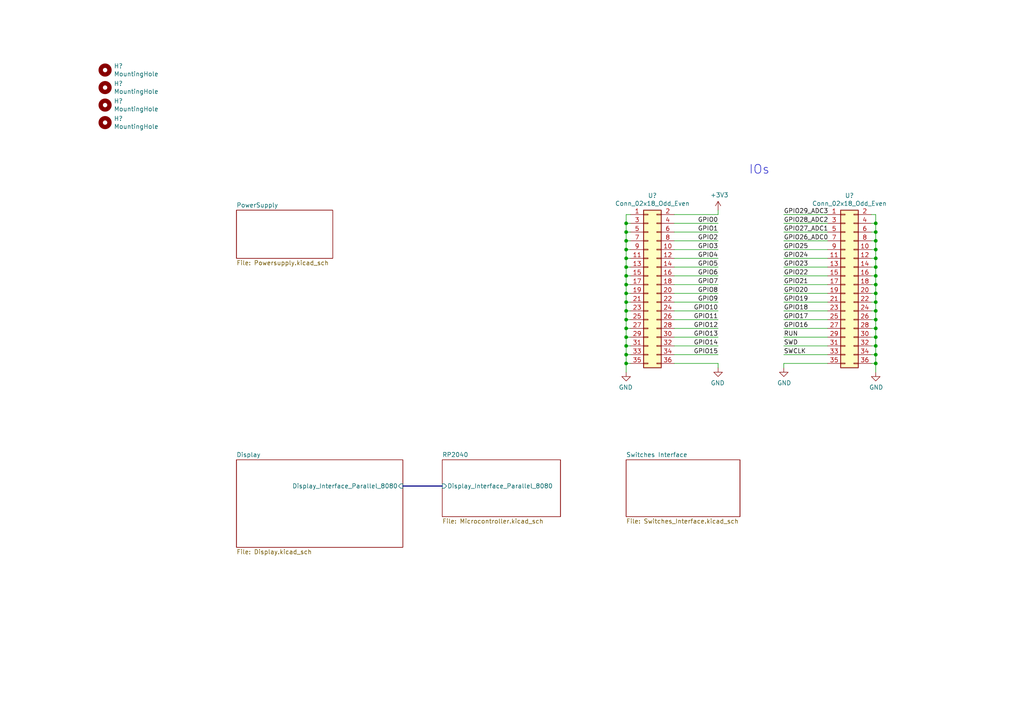
<source format=kicad_sch>
(kicad_sch (version 20211123) (generator eeschema)
  (paper "A4")
  (lib_symbols
    (symbol "Connector_Generic:Conn_02x18_Odd_Even" (pin_names (offset 1.016) hide)
      (property "Reference" "J" (at 1.27 22.86 0))
      (property "Value" "Conn_02x18_Odd_Even" (at 1.27 -25.4 0))
      (symbol "Conn_02x18_Odd_Even_1_1"
        (rectangle (start -1.27 -22.733) (end 0 -22.987) (stroke (width 0.1524)))
        (rectangle (start -1.27 -20.193) (end 0 -20.447) (stroke (width 0.1524)))
        (rectangle (start -1.27 -17.653) (end 0 -17.907) (stroke (width 0.1524)))
        (rectangle (start -1.27 -15.113) (end 0 -15.367) (stroke (width 0.1524)))
        (rectangle (start -1.27 -12.573) (end 0 -12.827) (stroke (width 0.1524)))
        (rectangle (start -1.27 -10.033) (end 0 -10.287) (stroke (width 0.1524)))
        (rectangle (start -1.27 -7.493) (end 0 -7.747) (stroke (width 0.1524)))
        (rectangle (start -1.27 -4.953) (end 0 -5.207) (stroke (width 0.1524)))
        (rectangle (start -1.27 -2.413) (end 0 -2.667) (stroke (width 0.1524)))
        (rectangle (start -1.27 0.127) (end 0 -0.127) (stroke (width 0.1524)))
        (rectangle (start -1.27 2.667) (end 0 2.413) (stroke (width 0.1524)))
        (rectangle (start -1.27 5.207) (end 0 4.953) (stroke (width 0.1524)))
        (rectangle (start -1.27 7.747) (end 0 7.493) (stroke (width 0.1524)))
        (rectangle (start -1.27 10.287) (end 0 10.033) (stroke (width 0.1524)))
        (rectangle (start -1.27 12.827) (end 0 12.573) (stroke (width 0.1524)))
        (rectangle (start -1.27 15.367) (end 0 15.113) (stroke (width 0.1524)))
        (rectangle (start -1.27 17.907) (end 0 17.653) (stroke (width 0.1524)))
        (rectangle (start -1.27 20.447) (end 0 20.193) (stroke (width 0.1524)))
        (rectangle (start -1.27 21.59) (end 3.81 -24.13) (stroke (width 0.254)) (fill (type background)))
        (rectangle (start 3.81 -22.733) (end 2.54 -22.987) (stroke (width 0.1524)))
        (rectangle (start 3.81 -20.193) (end 2.54 -20.447) (stroke (width 0.1524)))
        (rectangle (start 3.81 -17.653) (end 2.54 -17.907) (stroke (width 0.1524)))
        (rectangle (start 3.81 -15.113) (end 2.54 -15.367) (stroke (width 0.1524)))
        (rectangle (start 3.81 -12.573) (end 2.54 -12.827) (stroke (width 0.1524)))
        (rectangle (start 3.81 -10.033) (end 2.54 -10.287) (stroke (width 0.1524)))
        (rectangle (start 3.81 -7.493) (end 2.54 -7.747) (stroke (width 0.1524)))
        (rectangle (start 3.81 -4.953) (end 2.54 -5.207) (stroke (width 0.1524)))
        (rectangle (start 3.81 -2.413) (end 2.54 -2.667) (stroke (width 0.1524)))
        (rectangle (start 3.81 0.127) (end 2.54 -0.127) (stroke (width 0.1524)))
        (rectangle (start 3.81 2.667) (end 2.54 2.413) (stroke (width 0.1524)))
        (rectangle (start 3.81 5.207) (end 2.54 4.953) (stroke (width 0.1524)))
        (rectangle (start 3.81 7.747) (end 2.54 7.493) (stroke (width 0.1524)))
        (rectangle (start 3.81 10.287) (end 2.54 10.033) (stroke (width 0.1524)))
        (rectangle (start 3.81 12.827) (end 2.54 12.573) (stroke (width 0.1524)))
        (rectangle (start 3.81 15.367) (end 2.54 15.113) (stroke (width 0.1524)))
        (rectangle (start 3.81 17.907) (end 2.54 17.653) (stroke (width 0.1524)))
        (rectangle (start 3.81 20.447) (end 2.54 20.193) (stroke (width 0.1524)))
        (pin passive line (at -5.08 20.32 0) (length 3.81) (name "Pin_1") (number "1"))
        (pin passive line (at 7.62 10.16 180) (length 3.81) (name "Pin_10") (number "10"))
        (pin passive line (at -5.08 7.62 0) (length 3.81) (name "Pin_11") (number "11"))
        (pin passive line (at 7.62 7.62 180) (length 3.81) (name "Pin_12") (number "12"))
        (pin passive line (at -5.08 5.08 0) (length 3.81) (name "Pin_13") (number "13"))
        (pin passive line (at 7.62 5.08 180) (length 3.81) (name "Pin_14") (number "14"))
        (pin passive line (at -5.08 2.54 0) (length 3.81) (name "Pin_15") (number "15"))
        (pin passive line (at 7.62 2.54 180) (length 3.81) (name "Pin_16") (number "16"))
        (pin passive line (at -5.08 0 0) (length 3.81) (name "Pin_17") (number "17"))
        (pin passive line (at 7.62 0 180) (length 3.81) (name "Pin_18") (number "18"))
        (pin passive line (at -5.08 -2.54 0) (length 3.81) (name "Pin_19") (number "19"))
        (pin passive line (at 7.62 20.32 180) (length 3.81) (name "Pin_2") (number "2"))
        (pin passive line (at 7.62 -2.54 180) (length 3.81) (name "Pin_20") (number "20"))
        (pin passive line (at -5.08 -5.08 0) (length 3.81) (name "Pin_21") (number "21"))
        (pin passive line (at 7.62 -5.08 180) (length 3.81) (name "Pin_22") (number "22"))
        (pin passive line (at -5.08 -7.62 0) (length 3.81) (name "Pin_23") (number "23"))
        (pin passive line (at 7.62 -7.62 180) (length 3.81) (name "Pin_24") (number "24"))
        (pin passive line (at -5.08 -10.16 0) (length 3.81) (name "Pin_25") (number "25"))
        (pin passive line (at 7.62 -10.16 180) (length 3.81) (name "Pin_26") (number "26"))
        (pin passive line (at -5.08 -12.7 0) (length 3.81) (name "Pin_27") (number "27"))
        (pin passive line (at 7.62 -12.7 180) (length 3.81) (name "Pin_28") (number "28"))
        (pin passive line (at -5.08 -15.24 0) (length 3.81) (name "Pin_29") (number "29"))
        (pin passive line (at -5.08 17.78 0) (length 3.81) (name "Pin_3") (number "3"))
        (pin passive line (at 7.62 -15.24 180) (length 3.81) (name "Pin_30") (number "30"))
        (pin passive line (at -5.08 -17.78 0) (length 3.81) (name "Pin_31") (number "31"))
        (pin passive line (at 7.62 -17.78 180) (length 3.81) (name "Pin_32") (number "32"))
        (pin passive line (at -5.08 -20.32 0) (length 3.81) (name "Pin_33") (number "33"))
        (pin passive line (at 7.62 -20.32 180) (length 3.81) (name "Pin_34") (number "34"))
        (pin passive line (at -5.08 -22.86 0) (length 3.81) (name "Pin_35") (number "35"))
        (pin passive line (at 7.62 -22.86 180) (length 3.81) (name "Pin_36") (number "36"))
        (pin passive line (at 7.62 17.78 180) (length 3.81) (name "Pin_4") (number "4"))
        (pin passive line (at -5.08 15.24 0) (length 3.81) (name "Pin_5") (number "5"))
        (pin passive line (at 7.62 15.24 180) (length 3.81) (name "Pin_6") (number "6"))
        (pin passive line (at -5.08 12.7 0) (length 3.81) (name "Pin_7") (number "7"))
        (pin passive line (at 7.62 12.7 180) (length 3.81) (name "Pin_8") (number "8"))
        (pin passive line (at -5.08 10.16 0) (length 3.81) (name "Pin_9") (number "9"))
      )
    )
    (symbol "Mechanical:MountingHole" (pin_names (offset 1.016))
      (property "Reference" "H" (at 0 5.08 0))
      (property "Value" "MountingHole" (at 0 3.175 0))
      (symbol "MountingHole_0_1"
        (circle (center 0 0) (radius 1.27) (stroke (width 1.27)))
      )
    )
    (symbol "power:+3V3" (power) (pin_names (offset 0))
      (property "Value" "+3V3" (at 0 3.556 0))
      (symbol "+3V3_0_1"
        (polyline (pts (xy -0.762 1.27) (xy 0 2.54)))
        (polyline (pts (xy 0 0) (xy 0 2.54)))
        (polyline (pts (xy 0 2.54) (xy 0.762 1.27)))
      )
      (symbol "+3V3_1_1"
        (pin power_in line (at 0 0 90) (length 0) hide (name "+3V3") (number "1"))
      )
    )
    (symbol "power:GND" (power) (pin_names (offset 0))
      (property "Value" "GND" (at 0 -3.81 0))
      (symbol "GND_0_1"
        (polyline (pts (xy 0 0) (xy 0 -1.27) (xy 1.27 -1.27) (xy 0 -2.54) (xy -1.27 -1.27) (xy 0 -1.27)))
      )
      (symbol "GND_1_1"
        (pin power_in line (at 0 0 270) (length 0) hide (name "GND") (number "1"))
      )
    )
  )
  (junction (at 254 74.93))
  (junction (at 254 67.31))
  (junction (at 254 72.39))
  (junction (at 181.61 100.33))
  (junction (at 254 87.63))
  (junction (at 254 92.71))
  (junction (at 181.61 74.93))
  (junction (at 181.61 72.39))
  (junction (at 254 100.33))
  (junction (at 254 102.87))
  (junction (at 254 90.17))
  (junction (at 254 82.55))
  (junction (at 181.61 105.41))
  (junction (at 254 69.85))
  (junction (at 181.61 80.01))
  (junction (at 254 97.79))
  (junction (at 254 95.25))
  (junction (at 254 80.01))
  (junction (at 181.61 85.09))
  (junction (at 181.61 102.87))
  (junction (at 181.61 82.55))
  (junction (at 254 85.09))
  (junction (at 181.61 92.71))
  (junction (at 254 64.77))
  (junction (at 181.61 87.63))
  (junction (at 181.61 97.79))
  (junction (at 254 105.41))
  (junction (at 181.61 69.85))
  (junction (at 181.61 64.77))
  (junction (at 181.61 95.25))
  (junction (at 181.61 67.31))
  (junction (at 181.61 90.17))
  (junction (at 254 77.47))
  (junction (at 181.61 77.47))
  (wire (pts (xy 252.73 74.93) (xy 254 74.93)))
  (wire (pts (xy 252.73 95.25) (xy 254 95.25)))
  (wire (pts (xy 254 77.47) (xy 254 80.01)))
  (wire (pts (xy 252.73 64.77) (xy 254 64.77)))
  (wire (pts (xy 252.73 102.87) (xy 254 102.87)))
  (wire (pts (xy 208.28 62.23) (xy 208.28 60.96)))
  (wire (pts (xy 181.61 69.85) (xy 181.61 72.39)))
  (wire (pts (xy 182.88 85.09) (xy 181.61 85.09)))
  (wire (pts (xy 181.61 87.63) (xy 181.61 90.17)))
  (wire (pts (xy 254 90.17) (xy 254 92.71)))
  (wire (pts (xy 240.03 62.23) (xy 227.33 62.23)))
  (wire (pts (xy 181.61 72.39) (xy 181.61 74.93)))
  (wire (pts (xy 182.88 90.17) (xy 181.61 90.17)))
  (wire (pts (xy 182.88 87.63) (xy 181.61 87.63)))
  (wire (pts (xy 254 100.33) (xy 254 102.87)))
  (wire (pts (xy 252.73 87.63) (xy 254 87.63)))
  (wire (pts (xy 252.73 72.39) (xy 254 72.39)))
  (wire (pts (xy 208.28 72.39) (xy 195.58 72.39)))
  (wire (pts (xy 182.88 77.47) (xy 181.61 77.47)))
  (wire (pts (xy 252.73 90.17) (xy 254 90.17)))
  (wire (pts (xy 181.61 82.55) (xy 181.61 85.09)))
  (wire (pts (xy 181.61 90.17) (xy 181.61 92.71)))
  (wire (pts (xy 208.28 102.87) (xy 195.58 102.87)))
  (wire (pts (xy 240.03 102.87) (xy 227.33 102.87)))
  (bus (pts (xy 116.84 140.97) (xy 128.27 140.97)))
  (wire (pts (xy 240.03 80.01) (xy 227.33 80.01)))
  (wire (pts (xy 240.03 72.39) (xy 227.33 72.39)))
  (wire (pts (xy 254 64.77) (xy 254 67.31)))
  (wire (pts (xy 208.28 90.17) (xy 195.58 90.17)))
  (wire (pts (xy 181.61 74.93) (xy 181.61 77.47)))
  (wire (pts (xy 252.73 62.23) (xy 254 62.23)))
  (wire (pts (xy 254 82.55) (xy 254 85.09)))
  (wire (pts (xy 240.03 64.77) (xy 227.33 64.77)))
  (wire (pts (xy 182.88 80.01) (xy 181.61 80.01)))
  (wire (pts (xy 208.28 77.47) (xy 195.58 77.47)))
  (wire (pts (xy 240.03 92.71) (xy 227.33 92.71)))
  (wire (pts (xy 254 62.23) (xy 254 64.77)))
  (wire (pts (xy 254 80.01) (xy 254 82.55)))
  (wire (pts (xy 240.03 77.47) (xy 227.33 77.47)))
  (wire (pts (xy 208.28 100.33) (xy 195.58 100.33)))
  (wire (pts (xy 208.28 74.93) (xy 195.58 74.93)))
  (wire (pts (xy 208.28 85.09) (xy 195.58 85.09)))
  (wire (pts (xy 252.73 85.09) (xy 254 85.09)))
  (wire (pts (xy 181.61 67.31) (xy 181.61 69.85)))
  (wire (pts (xy 181.61 97.79) (xy 181.61 100.33)))
  (wire (pts (xy 254 92.71) (xy 254 95.25)))
  (wire (pts (xy 181.61 85.09) (xy 181.61 87.63)))
  (wire (pts (xy 254 67.31) (xy 254 69.85)))
  (wire (pts (xy 182.88 67.31) (xy 181.61 67.31)))
  (wire (pts (xy 182.88 100.33) (xy 181.61 100.33)))
  (wire (pts (xy 208.28 105.41) (xy 195.58 105.41)))
  (wire (pts (xy 208.28 106.68) (xy 208.28 105.41)))
  (wire (pts (xy 208.28 87.63) (xy 195.58 87.63)))
  (wire (pts (xy 182.88 102.87) (xy 181.61 102.87)))
  (wire (pts (xy 181.61 77.47) (xy 181.61 80.01)))
  (wire (pts (xy 182.88 97.79) (xy 181.61 97.79)))
  (wire (pts (xy 252.73 105.41) (xy 254 105.41)))
  (wire (pts (xy 208.28 92.71) (xy 195.58 92.71)))
  (wire (pts (xy 181.61 92.71) (xy 181.61 95.25)))
  (wire (pts (xy 240.03 95.25) (xy 227.33 95.25)))
  (wire (pts (xy 208.28 97.79) (xy 195.58 97.79)))
  (wire (pts (xy 252.73 80.01) (xy 254 80.01)))
  (wire (pts (xy 208.28 82.55) (xy 195.58 82.55)))
  (wire (pts (xy 254 72.39) (xy 254 74.93)))
  (wire (pts (xy 240.03 97.79) (xy 227.33 97.79)))
  (wire (pts (xy 240.03 82.55) (xy 227.33 82.55)))
  (wire (pts (xy 182.88 69.85) (xy 181.61 69.85)))
  (wire (pts (xy 181.61 64.77) (xy 181.61 67.31)))
  (wire (pts (xy 208.28 80.01) (xy 195.58 80.01)))
  (wire (pts (xy 208.28 64.77) (xy 195.58 64.77)))
  (wire (pts (xy 240.03 100.33) (xy 227.33 100.33)))
  (wire (pts (xy 182.88 72.39) (xy 181.61 72.39)))
  (wire (pts (xy 182.88 105.41) (xy 181.61 105.41)))
  (wire (pts (xy 254 74.93) (xy 254 77.47)))
  (wire (pts (xy 182.88 62.23) (xy 181.61 62.23)))
  (wire (pts (xy 181.61 95.25) (xy 181.61 97.79)))
  (wire (pts (xy 254 69.85) (xy 254 72.39)))
  (wire (pts (xy 208.28 62.23) (xy 195.58 62.23)))
  (wire (pts (xy 181.61 80.01) (xy 181.61 82.55)))
  (wire (pts (xy 181.61 100.33) (xy 181.61 102.87)))
  (wire (pts (xy 240.03 69.85) (xy 227.33 69.85)))
  (wire (pts (xy 181.61 62.23) (xy 181.61 64.77)))
  (wire (pts (xy 240.03 74.93) (xy 227.33 74.93)))
  (wire (pts (xy 254 97.79) (xy 254 100.33)))
  (wire (pts (xy 182.88 74.93) (xy 181.61 74.93)))
  (wire (pts (xy 240.03 90.17) (xy 227.33 90.17)))
  (wire (pts (xy 182.88 92.71) (xy 181.61 92.71)))
  (wire (pts (xy 240.03 85.09) (xy 227.33 85.09)))
  (wire (pts (xy 252.73 92.71) (xy 254 92.71)))
  (wire (pts (xy 182.88 64.77) (xy 181.61 64.77)))
  (wire (pts (xy 240.03 87.63) (xy 227.33 87.63)))
  (wire (pts (xy 254 95.25) (xy 254 97.79)))
  (wire (pts (xy 227.33 105.41) (xy 240.03 105.41)))
  (wire (pts (xy 252.73 77.47) (xy 254 77.47)))
  (wire (pts (xy 252.73 97.79) (xy 254 97.79)))
  (wire (pts (xy 254 102.87) (xy 254 105.41)))
  (wire (pts (xy 208.28 69.85) (xy 195.58 69.85)))
  (wire (pts (xy 240.03 67.31) (xy 227.33 67.31)))
  (wire (pts (xy 208.28 95.25) (xy 195.58 95.25)))
  (wire (pts (xy 182.88 82.55) (xy 181.61 82.55)))
  (wire (pts (xy 181.61 105.41) (xy 181.61 107.95)))
  (wire (pts (xy 254 85.09) (xy 254 87.63)))
  (wire (pts (xy 227.33 106.68) (xy 227.33 105.41)))
  (wire (pts (xy 252.73 100.33) (xy 254 100.33)))
  (wire (pts (xy 252.73 82.55) (xy 254 82.55)))
  (wire (pts (xy 254 87.63) (xy 254 90.17)))
  (wire (pts (xy 254 105.41) (xy 254 107.95)))
  (wire (pts (xy 181.61 102.87) (xy 181.61 105.41)))
  (wire (pts (xy 252.73 67.31) (xy 254 67.31)))
  (wire (pts (xy 182.88 95.25) (xy 181.61 95.25)))
  (wire (pts (xy 208.28 67.31) (xy 195.58 67.31)))
  (wire (pts (xy 252.73 69.85) (xy 254 69.85)))
  (text "IOs" (at 217.17 50.8 0) (effects (font (size 2.54 2.54)) (justify left bottom)))
  (label "GPIO29_ADC3" (at 227.33 62.23 0))
  (label "GPIO6" (at 208.28 80.01 180))
  (label "GPIO12" (at 208.28 95.25 180))
  (label "GPIO18" (at 227.33 90.17 0))
  (label "GPIO9" (at 208.28 87.63 180))
  (label "RUN" (at 227.33 97.79 0))
  (label "SWCLK" (at 227.33 102.87 0))
  (label "GPIO22" (at 227.33 80.01 0))
  (label "GPIO17" (at 227.33 92.71 0))
  (label "GPIO24" (at 227.33 74.93 0))
  (label "GPIO28_ADC2" (at 227.33 64.77 0))
  (label "GPIO25" (at 227.33 72.39 0))
  (label "GPIO8" (at 208.28 85.09 180))
  (label "SWD" (at 227.33 100.33 0))
  (label "GPIO19" (at 227.33 87.63 0))
  (label "GPIO21" (at 227.33 82.55 0))
  (label "GPIO27_ADC1" (at 227.33 67.31 0))
  (label "GPIO11" (at 208.28 92.71 180))
  (label "GPIO5" (at 208.28 77.47 180))
  (label "GPIO7" (at 208.28 82.55 180))
  (label "GPIO0" (at 208.28 64.77 180))
  (label "GPIO1" (at 208.28 67.31 180))
  (label "GPIO2" (at 208.28 69.85 180))
  (label "GPIO16" (at 227.33 95.25 0))
  (label "GPIO15" (at 208.28 102.87 180))
  (label "GPIO4" (at 208.28 74.93 180))
  (label "GPIO26_ADC0" (at 227.33 69.85 0))
  (label "GPIO20" (at 227.33 85.09 0))
  (label "GPIO3" (at 208.28 72.39 180))
  (label "GPIO23" (at 227.33 77.47 0))
  (label "GPIO14" (at 208.28 100.33 180))
  (label "GPIO13" (at 208.28 97.79 180))
  (label "GPIO10" (at 208.28 90.17 180))
  (symbol (lib_id "Mechanical:MountingHole") (at 30.48 35.56 0) (unit 1)
    (property "Reference" "H?" (at 33.02 34.3916 0) (effects (justify left)))
    (property "Value" "MountingHole" (at 33.02 36.703 0) (effects (justify left)))
    (property "Footprint" "MountingHole:MountingHole_2.7mm_M2.5" (effects hide))
  )
  (symbol (lib_id "Connector_Generic:Conn_02x18_Odd_Even") (at 187.96 82.55 0) (unit 1)
    (property "Reference" "U?" (at 189.23 56.7182 0))
    (property "Value" "Conn_02x18_Odd_Even" (at 189.23 59.0296 0))
    (property "Footprint" "Connector_PinHeader_2.54mm:PinHeader_2x18_P2.54mm_Vertical" (effects hide))
  )
  (symbol (lib_id "Mechanical:MountingHole") (at 30.48 30.48 0) (unit 1)
    (property "Reference" "H?" (at 33.02 29.3116 0) (effects (justify left)))
    (property "Value" "MountingHole" (at 33.02 31.623 0) (effects (justify left)))
    (property "Footprint" "MountingHole:MountingHole_2.7mm_M2.5" (effects hide))
  )
  (symbol (lib_id "Mechanical:MountingHole") (at 30.48 20.32 0) (unit 1)
    (property "Reference" "H?" (at 33.02 19.1516 0) (effects (justify left)))
    (property "Value" "MountingHole" (at 33.02 21.463 0) (effects (justify left)))
    (property "Footprint" "MountingHole:MountingHole_2.7mm_M2.5" (effects hide))
  )
  (symbol (lib_id "power:+3V3") (at 208.28 60.96 0) (unit 1)
    (property "Reference" "#PWR?" (effects hide))
    (property "Value" "+3V3" (at 208.661 56.5658 0))
  )
  (symbol (lib_id "Mechanical:MountingHole") (at 30.48 25.4 0) (unit 1)
    (property "Reference" "H?" (at 33.02 24.2316 0) (effects (justify left)))
    (property "Value" "MountingHole" (at 33.02 26.543 0) (effects (justify left)))
    (property "Footprint" "MountingHole:MountingHole_2.7mm_M2.5" (effects hide))
  )
  (symbol (lib_id "power:GND") (at 208.28 106.68 0) (mirror y) (unit 1)
    (property "Reference" "#PWR?" (effects hide))
    (property "Value" "GND" (at 208.153 111.0742 0))
  )
  (symbol (lib_id "power:GND") (at 181.61 107.95 0) (mirror y) (unit 1)
    (property "Reference" "#PWR?" (effects hide))
    (property "Value" "GND" (at 181.483 112.3442 0))
  )
  (symbol (lib_id "Connector_Generic:Conn_02x18_Odd_Even") (at 245.11 82.55 0) (unit 1)
    (property "Reference" "U?" (at 246.38 56.7182 0))
    (property "Value" "Conn_02x18_Odd_Even" (at 246.38 59.0296 0))
    (property "Footprint" "Connector_PinHeader_2.54mm:PinHeader_2x18_P2.54mm_Vertical" (effects hide))
  )
  (symbol (lib_id "power:GND") (at 254 107.95 0) (unit 1)
    (property "Reference" "#PWR?" (effects hide))
    (property "Value" "GND" (at 254.127 112.3442 0))
  )
  (symbol (lib_id "power:GND") (at 227.33 106.68 0) (unit 1)
    (property "Reference" "#PWR?" (effects hide))
    (property "Value" "GND" (at 227.457 111.0742 0))
  )
  (sheet (at 128.27 133.35) (size 34.29 16.51) (stroke (width 0.1524))
    (property "Sheet name" "RP2040" (at 128.27 132.6384 0) (effects (justify left bottom)))
    (property "Sheet file" "Microcontroller.kicad_sch" (at 128.27 150.4446 0) (effects (justify left top)))
    (pin "Display_Interface_Parallel_8080" input (at 128.27 140.97 180))
  )
  (sheet (at 68.58 60.96) (size 27.94 13.97) (stroke (width 0.1524))
    (property "Sheet name" "PowerSupply" (at 68.58 60.2484 0) (effects (justify left bottom)))
    (property "Sheet file" "Powersupply.kicad_sch" (at 68.58 75.5146 0) (effects (justify left top)))
  )
  (sheet (at 181.61 133.35) (size 33.02 16.51) (stroke (width 0.1524))
    (property "Sheet name" "Switches Interface" (at 181.61 132.6384 0) (effects (justify left bottom)))
    (property "Sheet file" "Switches_Interface.kicad_sch" (at 181.61 150.4446 0) (effects (justify left top)))
  )
  (sheet (at 68.58 133.35) (size 48.26 25.4) (stroke (width 0.1524))
    (property "Sheet name" "Display" (at 68.58 132.6384 0) (effects (justify left bottom)))
    (property "Sheet file" "Display.kicad_sch" (at 68.58 159.3346 0) (effects (justify left top)))
    (pin "Display_Interface_Parallel_8080" input (at 116.84 140.97 0))
  )
)
</source>
